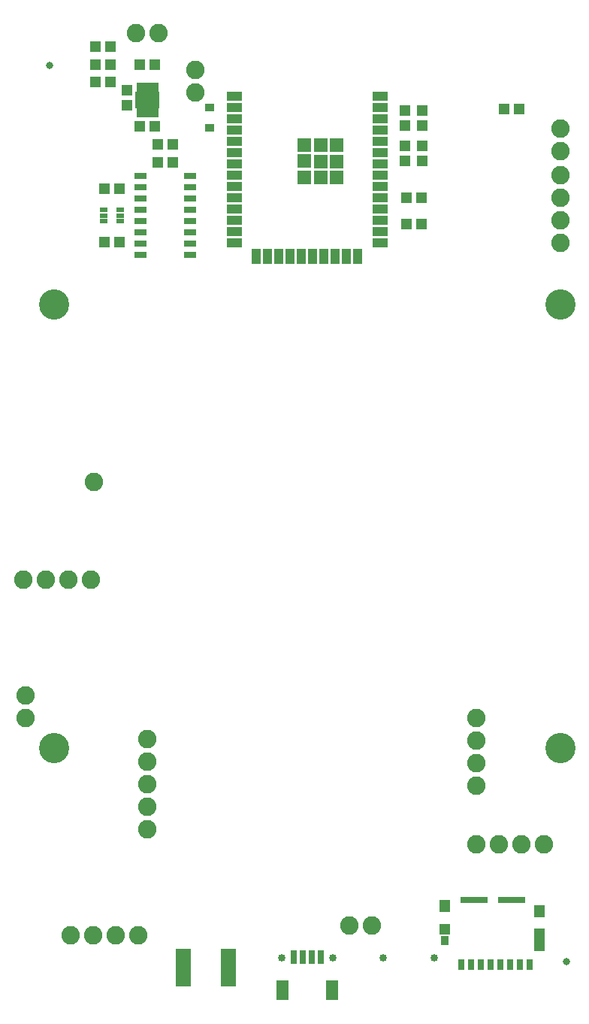
<source format=gbs>
G04 EAGLE Gerber RS-274X export*
G75*
%MOMM*%
%FSLAX34Y34*%
%LPD*%
%INSoldermask Bottom*%
%IPPOS*%
%AMOC8*
5,1,8,0,0,1.08239X$1,22.5*%
G01*
%ADD10R,1.403200X2.203200*%
%ADD11R,0.803200X1.553200*%
%ADD12C,0.838200*%
%ADD13C,0.853200*%
%ADD14R,1.703200X4.203200*%
%ADD15C,3.403600*%
%ADD16R,1.203200X1.303200*%
%ADD17R,1.303200X1.203200*%
%ADD18C,2.082800*%
%ADD19R,1.033200X0.833200*%
%ADD20R,1.403200X0.803200*%
%ADD21R,0.863200X0.503200*%
%ADD22R,0.703200X1.203200*%
%ADD23R,0.923200X0.983200*%
%ADD24R,1.253200X1.283200*%
%ADD25R,1.253200X1.403200*%
%ADD26R,1.253200X2.593200*%
%ADD27R,3.113200X0.753200*%
%ADD28R,0.553200X1.003200*%
%ADD29R,2.703200X1.903200*%
%ADD30R,1.703200X1.103200*%
%ADD31R,1.103200X1.703200*%
%ADD32R,1.533200X1.533200*%


D10*
X378000Y7950D03*
X322000Y7950D03*
D11*
X365000Y44700D03*
X355000Y44700D03*
X345000Y44700D03*
X335000Y44700D03*
D12*
X642100Y40100D03*
X59700Y1048900D03*
D13*
X321100Y44220D03*
X378900Y44220D03*
D14*
X261400Y33000D03*
X210600Y33000D03*
D15*
X65012Y279937D03*
X65012Y780063D03*
X634988Y780063D03*
X634988Y279937D03*
D16*
X146800Y1004100D03*
X146800Y1021100D03*
D17*
X178500Y1050000D03*
X161500Y1050000D03*
X178500Y980000D03*
X161500Y980000D03*
D18*
X223520Y1043940D03*
X223520Y1018540D03*
D19*
X240000Y978500D03*
X240000Y1001500D03*
D16*
X460000Y958500D03*
X460000Y941500D03*
X480000Y998500D03*
X480000Y981500D03*
X460000Y998500D03*
X460000Y981500D03*
X480000Y958500D03*
X480000Y941500D03*
D17*
X181500Y960000D03*
X198500Y960000D03*
D20*
X218000Y924450D03*
X218000Y911750D03*
X218000Y899050D03*
X218000Y886350D03*
X218000Y873650D03*
X218000Y860950D03*
X218000Y848250D03*
X218000Y835550D03*
X162000Y835550D03*
X162000Y848250D03*
X162000Y860950D03*
X162000Y873650D03*
X162000Y886350D03*
X162000Y899050D03*
X162000Y911750D03*
X162000Y924450D03*
D17*
X121500Y850000D03*
X138500Y850000D03*
X138500Y910000D03*
X121500Y910000D03*
D21*
X139200Y886500D03*
X120800Y880000D03*
X120800Y873500D03*
X120800Y886500D03*
X139200Y880000D03*
X139200Y873500D03*
D13*
X435400Y44220D03*
X493200Y44220D03*
D17*
X181500Y940000D03*
X198500Y940000D03*
D18*
X159500Y69150D03*
X134100Y69150D03*
X108700Y69150D03*
X83300Y69150D03*
X616700Y171700D03*
X591300Y171700D03*
X565900Y171700D03*
X540500Y171700D03*
X540500Y237900D03*
X540500Y263300D03*
X540500Y288700D03*
X540500Y314100D03*
X32500Y339500D03*
X32500Y314100D03*
D17*
X461500Y900000D03*
X478500Y900000D03*
D22*
X523300Y36430D03*
X534300Y36430D03*
X545300Y36430D03*
X556300Y36430D03*
X567300Y36430D03*
X578300Y36430D03*
X589300Y36430D03*
X600300Y36430D03*
D23*
X505300Y63230D03*
D24*
X505300Y75930D03*
D25*
X505300Y102030D03*
X612050Y96330D03*
D26*
X612050Y64480D03*
D27*
X580250Y108780D03*
X538350Y108780D03*
D18*
X397300Y80000D03*
X422700Y80000D03*
X157300Y1085000D03*
X182700Y1085000D03*
X635000Y977600D03*
X635000Y952200D03*
D17*
X588500Y1000000D03*
X571500Y1000000D03*
D28*
X170000Y995500D03*
X175000Y995500D03*
X180000Y995500D03*
X165000Y995500D03*
X160000Y995500D03*
X160000Y1024500D03*
X165000Y1024500D03*
X170000Y1024500D03*
X175000Y1024500D03*
X180000Y1024500D03*
D29*
X170000Y1010000D03*
D17*
X128500Y1050000D03*
X111500Y1050000D03*
X128500Y1030000D03*
X111500Y1030000D03*
X128500Y1070000D03*
X111500Y1070000D03*
D18*
X30000Y470000D03*
X55400Y470000D03*
X80800Y470000D03*
X106200Y470000D03*
X170000Y290000D03*
X170000Y264600D03*
X170000Y239200D03*
X170000Y213800D03*
X170000Y188400D03*
X635000Y849000D03*
X635000Y874400D03*
X635000Y899800D03*
X635000Y925200D03*
X110000Y580000D03*
D17*
X461500Y870000D03*
X478500Y870000D03*
D30*
X432380Y1014300D03*
X432380Y1001600D03*
X432380Y988900D03*
X432380Y976200D03*
X432380Y963500D03*
X432380Y950800D03*
X432380Y938100D03*
X432380Y925400D03*
X432380Y912700D03*
X432380Y900000D03*
X432380Y887300D03*
X432380Y874600D03*
X432380Y861900D03*
X432380Y849200D03*
D31*
X407150Y834300D03*
X394450Y834300D03*
X381750Y834300D03*
X369050Y834300D03*
X356350Y834300D03*
X343650Y834300D03*
X330950Y834300D03*
X318250Y834300D03*
X305550Y834300D03*
X292850Y834300D03*
D30*
X267620Y849200D03*
X267620Y861900D03*
X267620Y874600D03*
X267620Y887300D03*
X267620Y900000D03*
X267620Y912700D03*
X267620Y925400D03*
X267620Y938100D03*
X267620Y950800D03*
X267620Y963500D03*
X267620Y976200D03*
X267620Y988900D03*
X267620Y1001600D03*
X267620Y1014300D03*
D32*
X365310Y940880D03*
X346860Y959090D03*
X365160Y959090D03*
X383460Y959090D03*
X383460Y940790D03*
X346760Y941090D03*
X346860Y922490D03*
X365160Y922390D03*
X383460Y922490D03*
M02*

</source>
